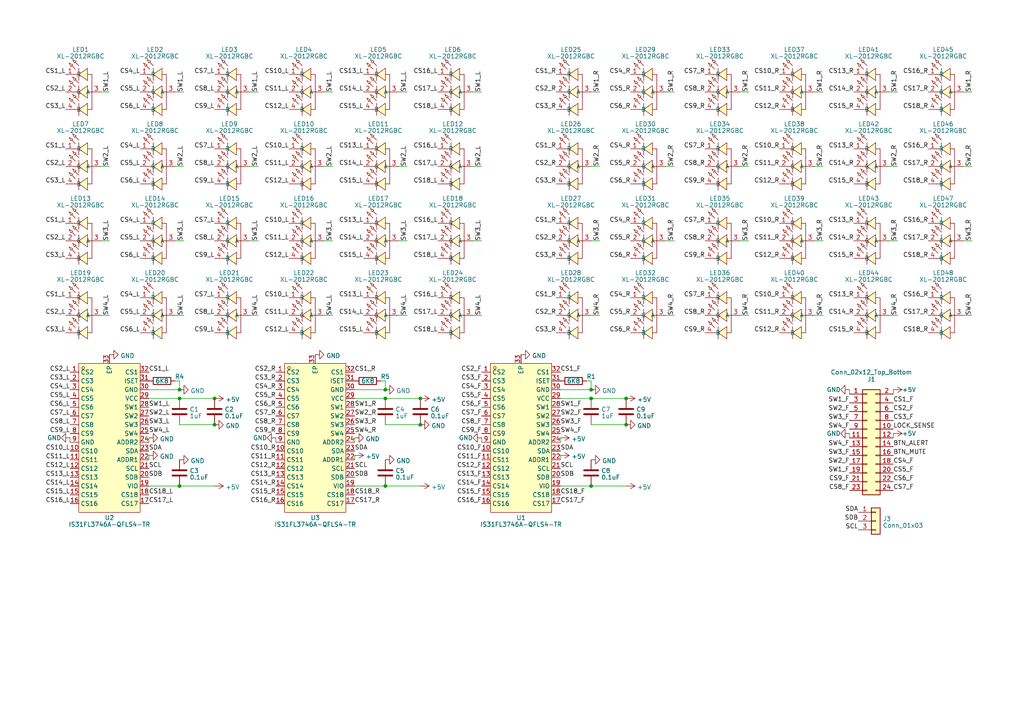
<source format=kicad_sch>
(kicad_sch (version 20230121) (generator eeschema)
  (paper "A4")
  (title_block (title "Light Show") (date "2023-05-20") (rev "1") (company "JuraBytes") (comment 1 "A replacement for the light show PCB inside an xServe RAID case"))
  (lib_symbols
    (symbol "C2961656:IS31FL3746A-QFLS4-TR"
      (property "Reference" "U" (at 0 29.21 0))
      (property "Value" "IS31FL3746A-QFLS4-TR" (at 0 -24.13 0))
      (symbol "IS31FL3746A-QFLS4-TR_0_1"
        (pin unspecified line (at -11.43 19.05 0) (length 2.54) (name "CS2") (number "1"))
        (pin unspecified line (at -11.43 -3.81 0) (length 2.54) (name "CS10") (number "10"))
        (pin unspecified line (at -11.43 -6.35 0) (length 2.54) (name "CS11") (number "11"))
        (pin unspecified line (at -11.43 -8.89 0) (length 2.54) (name "CS12") (number "12"))
        (pin unspecified line (at -11.43 -11.43 0) (length 2.54) (name "CS13") (number "13"))
        (pin unspecified line (at -11.43 -13.97 0) (length 2.54) (name "CS14") (number "14"))
        (pin unspecified line (at -11.43 -16.51 0) (length 2.54) (name "CS15") (number "15"))
        (pin unspecified line (at -11.43 -19.05 0) (length 2.54) (name "CS16") (number "16"))
        (pin unspecified line (at 11.43 -19.05 180) (length 2.54) (name "CS17") (number "17"))
        (pin unspecified line (at 11.43 -16.51 180) (length 2.54) (name "CS18") (number "18"))
        (pin unspecified line (at 11.43 -13.97 180) (length 2.54) (name "VIO") (number "19"))
        (pin unspecified line (at -11.43 16.51 0) (length 2.54) (name "CS3") (number "2"))
        (pin unspecified line (at 11.43 -11.43 180) (length 2.54) (name "SDB") (number "20"))
        (pin unspecified line (at 11.43 -8.89 180) (length 2.54) (name "SCL") (number "21"))
        (pin unspecified line (at 11.43 -6.35 180) (length 2.54) (name "ADDR1") (number "22"))
        (pin unspecified line (at 11.43 -3.81 180) (length 2.54) (name "SDA") (number "23"))
        (pin unspecified line (at 11.43 -1.27 180) (length 2.54) (name "ADDR2") (number "24"))
        (pin unspecified line (at 11.43 1.27 180) (length 2.54) (name "SW4") (number "25"))
        (pin unspecified line (at 11.43 3.81 180) (length 2.54) (name "SW3") (number "26"))
        (pin unspecified line (at 11.43 6.35 180) (length 2.54) (name "SW2") (number "27"))
        (pin unspecified line (at 11.43 8.89 180) (length 2.54) (name "SW1") (number "28"))
        (pin unspecified line (at 11.43 11.43 180) (length 2.54) (name "VCC") (number "29"))
        (pin unspecified line (at -11.43 13.97 0) (length 2.54) (name "CS4") (number "3"))
        (pin unspecified line (at 11.43 13.97 180) (length 2.54) (name "GND") (number "30"))
        (pin unspecified line (at 11.43 16.51 180) (length 2.54) (name "ISET") (number "31"))
        (pin unspecified line (at 11.43 19.05 180) (length 2.54) (name "CS1") (number "32"))
        (pin unspecified line (at 0 24.13 270) (length 2.54) (name "EP") (number "33"))
        (pin unspecified line (at -11.43 11.43 0) (length 2.54) (name "CS5") (number "4"))
        (pin unspecified line (at -11.43 8.89 0) (length 2.54) (name "CS6") (number "5"))
        (pin unspecified line (at -11.43 6.35 0) (length 2.54) (name "CS7") (number "6"))
        (pin unspecified line (at -11.43 3.81 0) (length 2.54) (name "CS8") (number "7"))
        (pin unspecified line (at -11.43 1.27 0) (length 2.54) (name "CS9") (number "8"))
        (pin unspecified line (at -11.43 -1.27 0) (length 2.54) (name "GND") (number "9"))
      )
    )
    (symbol "C965848:XL-2012RGBC"
      (property "Reference" "LED" (at 0 10.16 0))
      (property "Value" "XL-2012RGBC" (at 0 -10.16 0))
      (symbol "XL-2012RGBC_1_1"
        (pin power_out line (at -5.08 5.08 0) (length 2.54) (name "R") (number "1"))
        (pin power_out line (at -5.08 0 0) (length 2.54) (name "G") (number "2"))
        (pin power_in line (at 5.08 0 180) (length 2.54) (name "A") (number "3"))
        (pin power_out line (at -5.08 -5.08 0) (length 2.54) (name "B") (number "4"))
      )
    )
    (symbol "Connector_Generic:Conn_01x03" (pin_names (offset 1.016) hide)
      (property "Reference" "J" (at 0 5.08 0))
      (property "Value" "Conn_01x03" (at 0 -5.08 0))
      (symbol "Conn_01x03_1_1"
        (pin passive line (at -5.08 2.54 0) (length 3.81) (name "Pin_1") (number "1"))
        (pin passive line (at -5.08 0 0) (length 3.81) (name "Pin_2") (number "2"))
        (pin passive line (at -5.08 -2.54 0) (length 3.81) (name "Pin_3") (number "3"))
      )
    )
    (symbol "Connector_Generic:Conn_02x12_Odd_Even" (pin_names (offset 1.016) hide)
      (property "Reference" "J" (at 1.27 15.24 0))
      (property "Value" "Conn_02x12_Odd_Even" (at 1.27 -17.78 0))
      (symbol "Conn_02x12_Odd_Even_1_1"
        (pin passive line (at -5.08 12.7 0) (length 3.81) (name "Pin_1") (number "1"))
        (pin passive line (at 7.62 2.54 180) (length 3.81) (name "Pin_10") (number "10"))
        (pin passive line (at -5.08 0 0) (length 3.81) (name "Pin_11") (number "11"))
        (pin passive line (at 7.62 0 180) (length 3.81) (name "Pin_12") (number "12"))
        (pin passive line (at -5.08 -2.54 0) (length 3.81) (name "Pin_13") (number "13"))
        (pin passive line (at 7.62 -2.54 180) (length 3.81) (name "Pin_14") (number "14"))
        (pin passive line (at -5.08 -5.08 0) (length 3.81) (name "Pin_15") (number "15"))
        (pin passive line (at 7.62 -5.08 180) (length 3.81) (name "Pin_16") (number "16"))
        (pin passive line (at -5.08 -7.62 0) (length 3.81) (name "Pin_17") (number "17"))
        (pin passive line (at 7.62 -7.62 180) (length 3.81) (name "Pin_18") (number "18"))
        (pin passive line (at -5.08 -10.16 0) (length 3.81) (name "Pin_19") (number "19"))
        (pin passive line (at 7.62 12.7 180) (length 3.81) (name "Pin_2") (number "2"))
        (pin passive line (at 7.62 -10.16 180) (length 3.81) (name "Pin_20") (number "20"))
        (pin passive line (at -5.08 -12.7 0) (length 3.81) (name "Pin_21") (number "21"))
        (pin passive line (at 7.62 -12.7 180) (length 3.81) (name "Pin_22") (number "22"))
        (pin passive line (at -5.08 -15.24 0) (length 3.81) (name "Pin_23") (number "23"))
        (pin passive line (at 7.62 -15.24 180) (length 3.81) (name "Pin_24") (number "24"))
        (pin passive line (at -5.08 10.16 0) (length 3.81) (name "Pin_3") (number "3"))
        (pin passive line (at 7.62 10.16 180) (length 3.81) (name "Pin_4") (number "4"))
        (pin passive line (at -5.08 7.62 0) (length 3.81) (name "Pin_5") (number "5"))
        (pin passive line (at 7.62 7.62 180) (length 3.81) (name "Pin_6") (number "6"))
        (pin passive line (at -5.08 5.08 0) (length 3.81) (name "Pin_7") (number "7"))
        (pin passive line (at 7.62 5.08 180) (length 3.81) (name "Pin_8") (number "8"))
        (pin passive line (at -5.08 2.54 0) (length 3.81) (name "Pin_9") (number "9"))
      )
    )
    (symbol "Device:C" (pin_numbers hide) (pin_names (offset 0.254))
      (property "Reference" "C" (at 0.635 2.54 0))
      (property "Value" "C" (at 0.635 -2.54 0))
      (symbol "C_1_1"
        (pin passive line (at 0 3.81 270) (length 2.794) (name "~") (number "1"))
        (pin passive line (at 0 -3.81 90) (length 2.794) (name "~") (number "2"))
      )
    )
    (symbol "Device:R" (pin_numbers hide) (pin_names (offset 0))
      (property "Reference" "R" (at 2.032 0 90))
      (property "Value" "R" (at 0 0 90))
      (symbol "R_1_1"
        (pin passive line (at 0 3.81 270) (length 1.27) (name "~") (number "1"))
        (pin passive line (at 0 -3.81 90) (length 1.27) (name "~") (number "2"))
      )
    )
    (symbol "power:+5V" (power) (pin_names (offset 0))
      (property "Value" "+5V" (at 0 3.556 0))
      (symbol "+5V_1_1"
        (pin power_in line (at 0 0 90) (length 0) hide (name "+5V") (number "1"))
      )
    )
    (symbol "power:GND" (power) (pin_names (offset 0))
      (property "Value" "GND" (at 0 -3.81 0))
      (symbol "GND_1_1"
        (pin power_in line (at 0 0 270) (length 0) hide (name "GND") (number "1"))
      )
    )
  )
  (junction (at 111.76 140.97))
  (junction (at 121.92 123.19))
  (junction (at 171.45 140.97))
  (junction (at 181.61 123.19))
  (junction (at 171.45 113.03))
  (junction (at 52.07 113.03))
  (junction (at 62.23 123.19))
  (junction (at 111.76 113.03))
  (junction (at 52.07 140.97))
  (junction (at 62.23 115.57))
  (junction (at 52.07 115.57))
  (junction (at 121.92 115.57))
  (junction (at 171.45 115.57))
  (junction (at 181.61 115.57))
  (junction (at 111.76 115.57))
  (wire (pts (xy 246.38 113.03) (xy 246.38 114.3)))
  (wire (pts (xy 281.94 48.26) (xy 279.4 48.26)))
  (wire (pts (xy 139.7 69.85) (xy 137.16 69.85)))
  (wire (pts (xy 281.94 69.85) (xy 279.4 69.85)))
  (wire (pts (xy 173.99 48.26) (xy 171.45 48.26)))
  (wire (pts (xy 217.17 48.26) (xy 214.63 48.26)))
  (wire (pts (xy 260.35 48.26) (xy 257.81 48.26)))
  (wire (pts (xy 173.99 91.44) (xy 171.45 91.44)))
  (wire (pts (xy 31.75 26.67) (xy 29.21 26.67)))
  (wire (pts (xy 238.76 91.44) (xy 236.22 91.44)))
  (wire (pts (xy 53.34 69.85) (xy 50.8 69.85)))
  (wire (pts (xy 43.18 115.57) (xy 52.07 115.57)))
  (wire (pts (xy 80.01 127) (xy 80.01 128.27)))
  (wire (pts (xy 139.7 48.26) (xy 137.16 48.26)))
  (wire (pts (xy 96.52 26.67) (xy 93.98 26.67)))
  (wire (pts (xy 111.76 140.97) (xy 102.87 140.97)))
  (wire (pts (xy 195.58 48.26) (xy 193.04 48.26)))
  (wire (pts (xy 118.11 91.44) (xy 115.57 91.44)))
  (wire (pts (xy 52.07 115.57) (xy 62.23 115.57)))
  (wire (pts (xy 195.58 26.67) (xy 193.04 26.67)))
  (wire (pts (xy 43.18 132.08) (xy 43.18 133.35)))
  (wire (pts (xy 195.58 91.44) (xy 193.04 91.44)))
  (wire (pts (xy 118.11 26.67) (xy 115.57 26.67)))
  (wire (pts (xy 74.93 26.67) (xy 72.39 26.67)))
  (wire (pts (xy 111.76 115.57) (xy 121.92 115.57)))
  (wire (pts (xy 74.93 91.44) (xy 72.39 91.44)))
  (wire (pts (xy 195.58 69.85) (xy 193.04 69.85)))
  (wire (pts (xy 181.61 140.97) (xy 171.45 140.97)))
  (wire (pts (xy 96.52 69.85) (xy 93.98 69.85)))
  (wire (pts (xy 139.7 127) (xy 139.7 128.27)))
  (wire (pts (xy 52.07 123.19) (xy 62.23 123.19)))
  (wire (pts (xy 31.75 48.26) (xy 29.21 48.26)))
  (wire (pts (xy 111.76 110.49) (xy 110.49 110.49)))
  (wire (pts (xy 43.18 113.03) (xy 52.07 113.03)))
  (wire (pts (xy 96.52 91.44) (xy 93.98 91.44)))
  (wire (pts (xy 171.45 110.49) (xy 171.45 113.03)))
  (wire (pts (xy 20.32 127) (xy 20.32 128.27)))
  (wire (pts (xy 260.35 26.67) (xy 257.81 26.67)))
  (wire (pts (xy 238.76 26.67) (xy 236.22 26.67)))
  (wire (pts (xy 102.87 113.03) (xy 111.76 113.03)))
  (wire (pts (xy 173.99 26.67) (xy 171.45 26.67)))
  (wire (pts (xy 111.76 110.49) (xy 111.76 113.03)))
  (wire (pts (xy 238.76 48.26) (xy 236.22 48.26)))
  (wire (pts (xy 52.07 140.97) (xy 43.18 140.97)))
  (wire (pts (xy 139.7 91.44) (xy 137.16 91.44)))
  (wire (pts (xy 171.45 110.49) (xy 170.18 110.49)))
  (wire (pts (xy 52.07 110.49) (xy 50.8 110.49)))
  (wire (pts (xy 217.17 26.67) (xy 214.63 26.67)))
  (wire (pts (xy 62.23 140.97) (xy 52.07 140.97)))
  (wire (pts (xy 31.75 69.85) (xy 29.21 69.85)))
  (wire (pts (xy 118.11 69.85) (xy 115.57 69.85)))
  (wire (pts (xy 31.75 91.44) (xy 29.21 91.44)))
  (wire (pts (xy 53.34 91.44) (xy 50.8 91.44)))
  (wire (pts (xy 74.93 48.26) (xy 72.39 48.26)))
  (wire (pts (xy 74.93 69.85) (xy 72.39 69.85)))
  (wire (pts (xy 96.52 48.26) (xy 93.98 48.26)))
  (wire (pts (xy 139.7 26.67) (xy 137.16 26.67)))
  (wire (pts (xy 281.94 26.67) (xy 279.4 26.67)))
  (wire (pts (xy 162.56 132.08) (xy 162.56 133.35)))
  (wire (pts (xy 162.56 115.57) (xy 171.45 115.57)))
  (wire (pts (xy 217.17 69.85) (xy 214.63 69.85)))
  (wire (pts (xy 260.35 69.85) (xy 257.81 69.85)))
  (wire (pts (xy 259.08 113.03) (xy 259.08 114.3)))
  (wire (pts (xy 217.17 91.44) (xy 214.63 91.44)))
  (wire (pts (xy 118.11 48.26) (xy 115.57 48.26)))
  (wire (pts (xy 281.94 91.44) (xy 279.4 91.44)))
  (wire (pts (xy 246.38 125.73) (xy 246.38 127)))
  (wire (pts (xy 52.07 110.49) (xy 52.07 113.03)))
  (wire (pts (xy 171.45 123.19) (xy 181.61 123.19)))
  (wire (pts (xy 53.34 26.67) (xy 50.8 26.67)))
  (wire (pts (xy 238.76 69.85) (xy 236.22 69.85)))
  (wire (pts (xy 102.87 127) (xy 102.87 128.27)))
  (wire (pts (xy 259.08 125.73) (xy 259.08 127)))
  (wire (pts (xy 260.35 91.44) (xy 257.81 91.44)))
  (wire (pts (xy 171.45 115.57) (xy 181.61 115.57)))
  (wire (pts (xy 173.99 69.85) (xy 171.45 69.85)))
  (wire (pts (xy 171.45 140.97) (xy 162.56 140.97)))
  (wire (pts (xy 162.56 127) (xy 162.56 128.27)))
  (wire (pts (xy 43.18 127) (xy 43.18 128.27)))
  (wire (pts (xy 121.92 140.97) (xy 111.76 140.97)))
  (wire (pts (xy 102.87 115.57) (xy 111.76 115.57)))
  (wire (pts (xy 53.34 48.26) (xy 50.8 48.26)))
  (wire (pts (xy 162.56 113.03) (xy 171.45 113.03)))
  (wire (pts (xy 111.76 123.19) (xy 121.92 123.19)))
  (wire (pts (xy 102.87 132.08) (xy 102.87 133.35)))
  (label "CS4_R" (at 182.88 21.59 180))
  (label "SW4_R" (at 281.94 91.44 90))
  (label "SW4_R" (at 102.87 125.73 0))
  (label "CS13_L" (at 105.41 43.18 180))
  (label "CS16_L" (at 20.32 146.05 180))
  (label "CS18_L" (at 127 96.52 180))
  (label "SW3_L" (at 53.34 69.85 90))
  (label "CS10_F" (at 139.7 130.81 180))
  (label "SW1_R" (at 238.76 26.67 90))
  (label "SW3_R" (at 195.58 69.85 90))
  (label "CS12_L" (at 83.82 53.34 180))
  (label "SW1_L" (at 96.52 26.67 90))
  (label "CS3_L" (at 19.05 31.75 180))
  (label "CS18_L" (at 127 53.34 180))
  (label "SDA" (at 102.87 130.81 0))
  (label "CS12_R" (at 226.06 53.34 180))
  (label "CS6_R" (at 80.01 118.11 180))
  (label "CS3_R" (at 161.29 31.75 180))
  (label "CS4_R" (at 182.88 64.77 180))
  (label "CS3_L" (at 20.32 110.49 180))
  (label "CS3_L" (at 19.05 53.34 180))
  (label "CS5_F" (at 139.7 115.57 180))
  (label "SDA" (at 162.56 130.81 0))
  (label "CS8_R" (at 204.47 69.85 180))
  (label "BTN_MUTE" (at 259.08 132.08 0))
  (label "CS5_R" (at 182.88 91.44 180))
  (label "CS13_F" (at 139.7 138.43 180))
  (label "CS15_R" (at 247.65 74.93 180))
  (label "CS8_L" (at 62.23 91.44 180))
  (label "CS3_F" (at 139.7 110.49 180))
  (label "CS2_L" (at 19.05 26.67 180))
  (label "CS1_L" (at 19.05 64.77 180))
  (label "CS6_L" (at 40.64 31.75 180))
  (label "CS4_L" (at 40.64 64.77 180))
  (label "CS18_R" (at 102.87 143.51 0))
  (label "CS12_F" (at 139.7 135.89 180))
  (label "CS1_F" (at 162.56 107.95 0))
  (label "CS14_R" (at 80.01 140.97 180))
  (label "CS5_R" (at 80.01 115.57 180))
  (label "CS12_R" (at 80.01 135.89 180))
  (label "SCL" (at 162.56 135.89 0))
  (label "CS16_R" (at 269.24 21.59 180))
  (label "SW2_F" (at 246.38 134.62 180))
  (label "CS11_L" (at 20.32 133.35 180))
  (label "CS9_R" (at 204.47 74.93 180))
  (label "CS8_F" (at 139.7 123.19 180))
  (label "SW4_F" (at 246.38 124.46 180))
  (label "CS10_R" (at 226.06 64.77 180))
  (label "CS17_L" (at 127 48.26 180))
  (label "CS9_L" (at 62.23 74.93 180))
  (label "CS7_R" (at 204.47 21.59 180))
  (label "CS4_F" (at 259.08 134.62 0))
  (label "CS3_F" (at 259.08 121.92 0))
  (label "CS9_L" (at 62.23 96.52 180))
  (label "CS17_L" (at 127 69.85 180))
  (label "CS10_L" (at 83.82 86.36 180))
  (label "CS1_R" (at 102.87 107.95 0))
  (label "SDB" (at 102.87 138.43 0))
  (label "CS11_L" (at 83.82 26.67 180))
  (label "CS10_L" (at 83.82 21.59 180))
  (label "SW2_R" (at 173.99 48.26 90))
  (label "CS17_R" (at 269.24 48.26 180))
  (label "CS6_L" (at 40.64 96.52 180))
  (label "CS14_R" (at 247.65 91.44 180))
  (label "SW4_L" (at 96.52 91.44 90))
  (label "CS4_L" (at 40.64 43.18 180))
  (label "CS15_L" (at 105.41 53.34 180))
  (label "CS5_L" (at 40.64 69.85 180))
  (label "CS8_L" (at 20.32 123.19 180))
  (label "CS15_R" (at 247.65 31.75 180))
  (label "CS3_L" (at 19.05 74.93 180))
  (label "CS12_R" (at 226.06 31.75 180))
  (label "SW2_L" (at 43.18 120.65 0))
  (label "CS18_R" (at 269.24 74.93 180))
  (label "CS18_R" (at 269.24 53.34 180))
  (label "CS16_R" (at 269.24 86.36 180))
  (label "CS12_L" (at 83.82 96.52 180))
  (label "SW1_R" (at 195.58 26.67 90))
  (label "CS12_R" (at 226.06 74.93 180))
  (label "CS17_L" (at 127 91.44 180))
  (label "SW1_L" (at 118.11 26.67 90))
  (label "SW3_R" (at 173.99 69.85 90))
  (label "SW2_R" (at 217.17 48.26 90))
  (label "CS2_R" (at 161.29 91.44 180))
  (label "CS18_R" (at 269.24 96.52 180))
  (label "SW3_F" (at 246.38 121.92 180))
  (label "CS1_R" (at 161.29 43.18 180))
  (label "SW1_R" (at 217.17 26.67 90))
  (label "SW3_R" (at 281.94 69.85 90))
  (label "CS7_L" (at 62.23 64.77 180))
  (label "SW2_L" (at 139.7 48.26 90))
  (label "CS17_R" (at 269.24 26.67 180))
  (label "CS5_L" (at 20.32 115.57 180))
  (label "CS3_L" (at 19.05 96.52 180))
  (label "CS18_L" (at 127 74.93 180))
  (label "CS13_R" (at 247.65 64.77 180))
  (label "SW4_L" (at 74.93 91.44 90))
  (label "CS4_L" (at 20.32 113.03 180))
  (label "CS8_R" (at 204.47 26.67 180))
  (label "CS7_R" (at 204.47 43.18 180))
  (label "SW1_L" (at 53.34 26.67 90))
  (label "SW2_L" (at 53.34 48.26 90))
  (label "CS2_R" (at 161.29 48.26 180))
  (label "SW4_R" (at 195.58 91.44 90))
  (label "CS2_L" (at 19.05 91.44 180))
  (label "CS11_L" (at 83.82 48.26 180))
  (label "SW2_F" (at 162.56 120.65 0))
  (label "SW4_L" (at 43.18 125.73 0))
  (label "CS5_R" (at 182.88 26.67 180))
  (label "CS2_R" (at 161.29 69.85 180))
  (label "CS7_R" (at 204.47 86.36 180))
  (label "SW3_L" (at 139.7 69.85 90))
  (label "BTN_ALERT" (at 259.08 129.54 0))
  (label "CS1_L" (at 19.05 21.59 180))
  (label "SW1_F" (at 246.38 116.84 180))
  (label "SW3_R" (at 260.35 69.85 90))
  (label "CS8_R" (at 204.47 48.26 180))
  (label "CS14_R" (at 247.65 69.85 180))
  (label "CS7_L" (at 20.32 120.65 180))
  (label "CS6_L" (at 40.64 74.93 180))
  (label "CS4_R" (at 182.88 86.36 180))
  (label "CS11_F" (at 139.7 133.35 180))
  (label "CS14_L" (at 105.41 26.67 180))
  (label "CS6_L" (at 20.32 118.11 180))
  (label "SW2_R" (at 238.76 48.26 90))
  (label "CS3_R" (at 161.29 74.93 180))
  (label "LOCK_SENSE" (at 259.08 124.46 0))
  (label "SW1_L" (at 74.93 26.67 90))
  (label "CS2_L" (at 20.32 107.95 180))
  (label "CS7_F" (at 259.08 142.24 0))
  (label "SW3_L" (at 31.75 69.85 90))
  (label "SCL" (at 248.92 153.67 180))
  (label "SW1_F" (at 246.38 137.16 180))
  (label "CS2_F" (at 139.7 107.95 180))
  (label "SW2_R" (at 281.94 48.26 90))
  (label "CS14_L" (at 105.41 48.26 180))
  (label "CS7_R" (at 80.01 120.65 180))
  (label "SW3_R" (at 238.76 69.85 90))
  (label "SW3_R" (at 217.17 69.85 90))
  (label "CS16_L" (at 127 64.77 180))
  (label "CS7_R" (at 204.47 64.77 180))
  (label "CS17_F" (at 162.56 146.05 0))
  (label "CS11_R" (at 80.01 133.35 180))
  (label "CS16_R" (at 269.24 64.77 180))
  (label "CS13_L" (at 105.41 64.77 180))
  (label "CS17_R" (at 102.87 146.05 0))
  (label "CS9_R" (at 204.47 53.34 180))
  (label "CS2_L" (at 19.05 69.85 180))
  (label "CS16_R" (at 269.24 43.18 180))
  (label "SW1_R" (at 260.35 26.67 90))
  (label "CS10_R" (at 226.06 86.36 180))
  (label "CS6_R" (at 182.88 74.93 180))
  (label "CS17_R" (at 269.24 69.85 180))
  (label "CS8_R" (at 80.01 123.19 180))
  (label "CS4_F" (at 139.7 113.03 180))
  (label "CS15_R" (at 247.65 53.34 180))
  (label "CS16_F" (at 139.7 146.05 180))
  (label "SW2_L" (at 118.11 48.26 90))
  (label "SW1_R" (at 173.99 26.67 90))
  (label "SW1_L" (at 139.7 26.67 90))
  (label "CS15_L" (at 20.32 143.51 180))
  (label "CS8_F" (at 246.38 142.24 180))
  (label "CS7_L" (at 62.23 21.59 180))
  (label "SW2_R" (at 260.35 48.26 90))
  (label "CS12_R" (at 226.06 96.52 180))
  (label "CS18_L" (at 127 31.75 180))
  (label "CS18_F" (at 162.56 143.51 0))
  (label "CS11_L" (at 83.82 69.85 180))
  (label "CS13_R" (at 247.65 21.59 180))
  (label "SW4_R" (at 260.35 91.44 90))
  (label "SW1_L" (at 43.18 118.11 0))
  (label "SW3_L" (at 118.11 69.85 90))
  (label "CS12_L" (at 83.82 31.75 180))
  (label "CS10_L" (at 83.82 64.77 180))
  (label "CS9_L" (at 62.23 53.34 180))
  (label "CS14_F" (at 139.7 140.97 180))
  (label "SCL" (at 43.18 135.89 0))
  (label "CS4_L" (at 40.64 86.36 180))
  (label "CS5_R" (at 182.88 69.85 180))
  (label "CS16_R" (at 80.01 146.05 180))
  (label "CS15_R" (at 80.01 143.51 180))
  (label "CS1_R" (at 161.29 21.59 180))
  (label "SW4_F" (at 246.38 129.54 180))
  (label "CS17_L" (at 127 26.67 180))
  (label "CS8_L" (at 62.23 48.26 180))
  (label "CS4_L" (at 40.64 21.59 180))
  (label "SDB" (at 248.92 151.13 180))
  (label "CS9_F" (at 139.7 125.73 180))
  (label "CS6_R" (at 182.88 31.75 180))
  (label "CS10_R" (at 80.01 130.81 180))
  (label "CS10_R" (at 226.06 21.59 180))
  (label "CS10_R" (at 226.06 43.18 180))
  (label "SW1_R" (at 102.87 118.11 0))
  (label "CS1_R" (at 161.29 86.36 180))
  (label "CS15_R" (at 247.65 96.52 180))
  (label "CS5_R" (at 182.88 48.26 180))
  (label "CS9_F" (at 246.38 139.7 180))
  (label "SW3_F" (at 246.38 132.08 180))
  (label "CS11_R" (at 226.06 91.44 180))
  (label "CS15_L" (at 105.41 96.52 180))
  (label "SDB" (at 162.56 138.43 0))
  (label "CS13_L" (at 105.41 21.59 180))
  (label "SW4_R" (at 238.76 91.44 90))
  (label "CS6_F" (at 139.7 118.11 180))
  (label "CS18_L" (at 43.18 143.51 0))
  (label "CS15_F" (at 139.7 143.51 180))
  (label "CS5_F" (at 259.08 137.16 0))
  (label "CS18_R" (at 269.24 31.75 180))
  (label "CS1_R" (at 161.29 64.77 180))
  (label "CS7_L" (at 62.23 86.36 180))
  (label "CS1_L" (at 43.18 107.95 0))
  (label "SW4_R" (at 173.99 91.44 90))
  (label "SW2_R" (at 102.87 120.65 0))
  (label "CS2_R" (at 80.01 107.95 180))
  (label "CS2_L" (at 19.05 48.26 180))
  (label "CS1_F" (at 259.08 116.84 0))
  (label "CS14_R" (at 247.65 48.26 180))
  (label "CS10_L" (at 83.82 43.18 180))
  (label "CS10_L" (at 20.32 130.81 180))
  (label "CS8_R" (at 204.47 91.44 180))
  (label "SW2_L" (at 96.52 48.26 90))
  (label "SW1_R" (at 281.94 26.67 90))
  (label "CS13_R" (at 247.65 43.18 180))
  (label "SDA" (at 43.18 130.81 0))
  (label "SCL" (at 102.87 135.89 0))
  (label "CS3_R" (at 80.01 110.49 180))
  (label "CS11_R" (at 226.06 48.26 180))
  (label "SW2_R" (at 195.58 48.26 90))
  (label "CS2_F" (at 259.08 119.38 0))
  (label "SW4_F" (at 162.56 125.73 0))
  (label "CS16_L" (at 127 86.36 180))
  (label "CS5_L" (at 40.64 91.44 180))
  (label "CS4_R" (at 182.88 43.18 180))
  (label "SW2_L" (at 74.93 48.26 90))
  (label "CS9_L" (at 62.23 31.75 180))
  (label "CS12_L" (at 83.82 74.93 180))
  (label "SW2_F" (at 246.38 119.38 180))
  (label "CS5_L" (at 40.64 48.26 180))
  (label "CS8_L" (at 62.23 69.85 180))
  (label "CS6_R" (at 182.88 96.52 180))
  (label "CS13_L" (at 105.41 86.36 180))
  (label "CS15_L" (at 105.41 74.93 180))
  (label "CS1_L" (at 19.05 86.36 180))
  (label "SW4_L" (at 118.11 91.44 90))
  (label "CS3_R" (at 161.29 53.34 180))
  (label "CS9_L" (at 20.32 125.73 180))
  (label "CS12_L" (at 20.32 135.89 180))
  (label "CS3_R" (at 161.29 96.52 180))
  (label "SW3_L" (at 43.18 123.19 0))
  (label "CS9_R" (at 80.01 125.73 180))
  (label "CS14_R" (at 247.65 26.67 180))
  (label "CS9_R" (at 204.47 31.75 180))
  (label "CS1_L" (at 19.05 43.18 180))
  (label "SW2_L" (at 31.75 48.26 90))
  (label "CS6_R" (at 182.88 53.34 180))
  (label "SW3_R" (at 102.87 123.19 0))
  (label "CS5_L" (at 40.64 26.67 180))
  (label "CS11_R" (at 226.06 69.85 180))
  (label "CS14_L" (at 105.41 69.85 180))
  (label "CS9_R" (at 204.47 96.52 180))
  (label "CS17_R" (at 269.24 91.44 180))
  (label "CS15_L" (at 105.41 31.75 180))
  (label "CS4_R" (at 80.01 113.03 180))
  (label "CS16_L" (at 127 21.59 180))
  (label "CS2_R" (at 161.29 26.67 180))
  (label "CS14_L" (at 20.32 140.97 180))
  (label "SW3_L" (at 96.52 69.85 90))
  (label "CS14_L" (at 105.41 91.44 180))
  (label "SW4_L" (at 139.7 91.44 90))
  (label "CS13_L" (at 20.32 138.43 180))
  (label "SW1_F" (at 162.56 118.11 0))
  (label "SW4_L" (at 53.34 91.44 90))
  (label "SW3_F" (at 162.56 123.19 0))
  (label "CS13_R" (at 247.65 86.36 180))
  (label "SW4_L" (at 31.75 91.44 90))
  (label "CS13_R" (at 80.01 138.43 180))
  (label "SW4_R" (at 217.17 91.44 90))
  (label "CS7_F" (at 139.7 120.65 180))
  (label "SDB" (at 43.18 138.43 0))
  (label "CS6_F" (at 259.08 139.7 0))
  (label "CS11_L" (at 83.82 91.44 180))
  (label "CS7_L" (at 62.23 43.18 180))
  (label "CS8_L" (at 62.23 26.67 180))
  (label "CS16_L" (at 127 43.18 180))
  (label "CS6_L" (at 40.64 53.34 180))
  (label "SW3_L" (at 74.93 69.85 90))
  (label "CS11_R" (at 226.06 26.67 180))
  (label "SDA" (at 248.92 148.59 180))
  (label "CS17_L" (at 43.18 146.05 0))
  (label "SW1_L" (at 31.75 26.67 90))
  (symbol (lib_id "power:GND") (at 80.01 127 270) (unit 1)
    (property "Reference" "#PWR021" (effects hide))
    (property "Value" "GND" (at 77.47 127 90) (effects (justify right)))
  )
  (symbol (lib_id "Device:R") (at 106.68 110.49 90) (unit 1)
    (property "Reference" "R5" (at 111.76 109.22 90))
    (property "Value" "6K8" (at 106.68 110.49 90))
    (property "Footprint" "Resistor_SMD:R_0402_1005Metric" (effects hide))
  )
  (symbol (lib_id "C965848:XL-2012RGBC") (at 45.72 48.26 0) (unit 1)
    (property "Reference" "LED8" (at 44.96 35.9771 0))
    (property "Value" "XL-2012RGBC" (at 44.96 37.8981 0))
    (property "Footprint" "footprints:LED RGB XINGLIGHT XL-2012RGBC 0805" (effects hide))
    (property "Manufacturer" "XINGLIGHT(成兴光)" (effects hide))
    (property "LCSC Part" "C965848" (effects hide))
    (property "JLC Part" "Extended Part" (effects hide))
  )
  (symbol (lib_id "power:+5V") (at 162.56 132.08 270) (unit 1)
    (property "Reference" "#PWR09" (effects hide))
    (property "Value" "+5V" (at 165.735 132.3968 90) (effects (justify left)))
  )
  (symbol (lib_id "C965848:XL-2012RGBC") (at 209.55 69.85 0) (unit 1)
    (property "Reference" "LED35" (at 208.79 57.5671 0))
    (property "Value" "XL-2012RGBC" (at 208.79 59.4881 0))
    (property "Footprint" "footprints:LED RGB XINGLIGHT XL-2012RGBC 0805" (effects hide))
    (property "Manufacturer" "XINGLIGHT(成兴光)" (effects hide))
    (property "LCSC Part" "C965848" (effects hide))
    (property "JLC Part" "Extended Part" (effects hide))
  )
  (symbol (lib_id "C965848:XL-2012RGBC") (at 231.14 48.26 0) (unit 1)
    (property "Reference" "LED38" (at 230.38 35.9771 0))
    (property "Value" "XL-2012RGBC" (at 230.38 37.8981 0))
    (property "Footprint" "footprints:LED RGB XINGLIGHT XL-2012RGBC 0805" (effects hide))
    (property "Manufacturer" "XINGLIGHT(成兴光)" (effects hide))
    (property "LCSC Part" "C965848" (effects hide))
    (property "JLC Part" "Extended Part" (effects hide))
  )
  (symbol (lib_id "C965848:XL-2012RGBC") (at 166.37 91.44 0) (unit 1)
    (property "Reference" "LED28" (at 165.61 79.1571 0))
    (property "Value" "XL-2012RGBC" (at 165.61 81.0781 0))
    (property "Footprint" "footprints:LED RGB XINGLIGHT XL-2012RGBC 0805" (effects hide))
    (property "Manufacturer" "XINGLIGHT(成兴光)" (effects hide))
    (property "LCSC Part" "C965848" (effects hide))
    (property "JLC Part" "Extended Part" (effects hide))
  )
  (symbol (lib_id "C965848:XL-2012RGBC") (at 209.55 48.26 0) (unit 1)
    (property "Reference" "LED34" (at 208.79 35.9771 0))
    (property "Value" "XL-2012RGBC" (at 208.79 37.8981 0))
    (property "Footprint" "footprints:LED RGB XINGLIGHT XL-2012RGBC 0805" (effects hide))
    (property "Manufacturer" "XINGLIGHT(成兴光)" (effects hide))
    (property "LCSC Part" "C965848" (effects hide))
    (property "JLC Part" "Extended Part" (effects hide))
  )
  (symbol (lib_id "C965848:XL-2012RGBC") (at 24.13 91.44 0) (unit 1)
    (property "Reference" "LED19" (at 23.37 79.1571 0))
    (property "Value" "XL-2012RGBC" (at 23.37 81.0781 0))
    (property "Footprint" "footprints:LED RGB XINGLIGHT XL-2012RGBC 0805" (effects hide))
    (property "Manufacturer" "XINGLIGHT(成兴光)" (effects hide))
    (property "LCSC Part" "C965848" (effects hide))
    (property "JLC Part" "Extended Part" (effects hide))
  )
  (symbol (lib_id "power:+5V") (at 121.92 115.57 270) (unit 1)
    (property "Reference" "#PWR027" (effects hide))
    (property "Value" "+5V" (at 125.095 115.8868 90) (effects (justify left)))
  )
  (symbol (lib_id "C965848:XL-2012RGBC") (at 252.73 69.85 0) (unit 1)
    (property "Reference" "LED43" (at 251.97 57.5671 0))
    (property "Value" "XL-2012RGBC" (at 251.97 59.4881 0))
    (property "Footprint" "footprints:LED RGB XINGLIGHT XL-2012RGBC 0805" (effects hide))
    (property "Manufacturer" "XINGLIGHT(成兴光)" (effects hide))
    (property "LCSC Part" "C965848" (effects hide))
    (property "JLC Part" "Extended Part" (effects hide))
  )
  (symbol (lib_id "power:GND") (at 181.61 123.19 90) (unit 1)
    (property "Reference" "#PWR030" (effects hide))
    (property "Value" "GND" (at 184.785 123.5068 90) (effects (justify right)))
  )
  (symbol (lib_id "power:GND") (at 31.75 102.87 90) (unit 1)
    (property "Reference" "#PWR015" (effects hide))
    (property "Value" "GND" (at 34.925 103.1868 90) (effects (justify right)))
  )
  (symbol (lib_id "C965848:XL-2012RGBC") (at 132.08 26.67 0) (unit 1)
    (property "Reference" "LED6" (at 131.32 14.3871 0))
    (property "Value" "XL-2012RGBC" (at 131.32 16.3081 0))
    (property "Footprint" "footprints:LED RGB XINGLIGHT XL-2012RGBC 0805" (effects hide))
    (property "Manufacturer" "XINGLIGHT(成兴光)" (effects hide))
    (property "LCSC Part" "C965848" (effects hide))
    (property "JLC Part" "Extended Part" (effects hide))
  )
  (symbol (lib_id "C965848:XL-2012RGBC") (at 166.37 69.85 0) (unit 1)
    (property "Reference" "LED27" (at 165.61 57.5671 0))
    (property "Value" "XL-2012RGBC" (at 165.61 59.4881 0))
    (property "Footprint" "footprints:LED RGB XINGLIGHT XL-2012RGBC 0805" (effects hide))
    (property "Manufacturer" "XINGLIGHT(成兴光)" (effects hide))
    (property "LCSC Part" "C965848" (effects hide))
    (property "JLC Part" "Extended Part" (effects hide))
  )
  (symbol (lib_id "power:+5V") (at 162.56 127 270) (unit 1)
    (property "Reference" "#PWR08" (effects hide))
    (property "Value" "+5V" (at 165.735 127.3168 90) (effects (justify left)))
  )
  (symbol (lib_id "power:+5V") (at 181.61 115.57 270) (unit 1)
    (property "Reference" "#PWR024" (effects hide))
    (property "Value" "+5V" (at 184.785 115.8868 90) (effects (justify left)))
  )
  (symbol (lib_id "power:GND") (at 43.18 127 90) (unit 1)
    (property "Reference" "#PWR013" (effects hide))
    (property "Value" "GND" (at 46.355 127.3168 90) (effects (justify right)))
  )
  (symbol (lib_id "C965848:XL-2012RGBC") (at 187.96 91.44 0) (unit 1)
    (property "Reference" "LED32" (at 187.2 79.1571 0))
    (property "Value" "XL-2012RGBC" (at 187.2 81.0781 0))
    (property "Footprint" "footprints:LED RGB XINGLIGHT XL-2012RGBC 0805" (effects hide))
    (property "Manufacturer" "XINGLIGHT(成兴光)" (effects hide))
    (property "LCSC Part" "C965848" (effects hide))
    (property "JLC Part" "Extended Part" (effects hide))
  )
  (symbol (lib_id "power:GND") (at 111.76 133.35 90) (unit 1)
    (property "Reference" "#PWR026" (effects hide))
    (property "Value" "GND" (at 114.935 133.6668 90) (effects (justify right)))
  )
  (symbol (lib_id "Device:C") (at 171.45 119.38 0) (unit 1)
    (property "Reference" "C7" (at 174.371 118.7363 0) (effects (justify left)))
    (property "Value" "1uF" (at 174.371 120.6573 0) (effects (justify left)))
    (property "Footprint" "Capacitor_SMD:C_0402_1005Metric" (effects hide))
  )
  (symbol (lib_id "C965848:XL-2012RGBC") (at 231.14 26.67 0) (unit 1)
    (property "Reference" "LED37" (at 230.38 14.3871 0))
    (property "Value" "XL-2012RGBC" (at 230.38 16.3081 0))
    (property "Footprint" "footprints:LED RGB XINGLIGHT XL-2012RGBC 0805" (effects hide))
    (property "Manufacturer" "XINGLIGHT(成兴光)" (effects hide))
    (property "LCSC Part" "C965848" (effects hide))
    (property "JLC Part" "Extended Part" (effects hide))
  )
  (symbol (lib_id "power:GND") (at 171.45 133.35 90) (unit 1)
    (property "Reference" "#PWR011" (effects hide))
    (property "Value" "GND" (at 174.625 133.6668 90) (effects (justify right)))
  )
  (symbol (lib_id "Device:C") (at 52.07 119.38 0) (unit 1)
    (property "Reference" "C1" (at 54.991 118.7363 0) (effects (justify left)))
    (property "Value" "1uF" (at 54.991 120.6573 0) (effects (justify left)))
    (property "Footprint" "Capacitor_SMD:C_0402_1005Metric" (effects hide))
  )
  (symbol (lib_id "C965848:XL-2012RGBC") (at 166.37 48.26 0) (unit 1)
    (property "Reference" "LED26" (at 165.61 35.9771 0))
    (property "Value" "XL-2012RGBC" (at 165.61 37.8981 0))
    (property "Footprint" "footprints:LED RGB XINGLIGHT XL-2012RGBC 0805" (effects hide))
    (property "Manufacturer" "XINGLIGHT(成兴光)" (effects hide))
    (property "LCSC Part" "C965848" (effects hide))
    (property "JLC Part" "Extended Part" (effects hide))
  )
  (symbol (lib_id "C965848:XL-2012RGBC") (at 88.9 69.85 0) (unit 1)
    (property "Reference" "LED16" (at 88.14 57.5671 0))
    (property "Value" "XL-2012RGBC" (at 88.14 59.4881 0))
    (property "Footprint" "footprints:LED RGB XINGLIGHT XL-2012RGBC 0805" (effects hide))
    (property "Manufacturer" "XINGLIGHT(成兴光)" (effects hide))
    (property "LCSC Part" "C965848" (effects hide))
    (property "JLC Part" "Extended Part" (effects hide))
  )
  (symbol (lib_id "power:GND") (at 246.38 125.73 270) (unit 1)
    (property "Reference" "#PWR05" (effects hide))
    (property "Value" "GND" (at 243.84 125.73 90) (effects (justify right)))
  )
  (symbol (lib_id "C965848:XL-2012RGBC") (at 274.32 69.85 0) (unit 1)
    (property "Reference" "LED47" (at 273.56 57.5671 0))
    (property "Value" "XL-2012RGBC" (at 273.56 59.4881 0))
    (property "Footprint" "footprints:LED RGB XINGLIGHT XL-2012RGBC 0805" (effects hide))
    (property "Manufacturer" "XINGLIGHT(成兴光)" (effects hide))
    (property "LCSC Part" "C965848" (effects hide))
    (property "JLC Part" "Extended Part" (effects hide))
  )
  (symbol (lib_id "C965848:XL-2012RGBC") (at 88.9 26.67 0) (unit 1)
    (property "Reference" "LED4" (at 88.14 14.3871 0))
    (property "Value" "XL-2012RGBC" (at 88.14 16.3081 0))
    (property "Footprint" "footprints:LED RGB XINGLIGHT XL-2012RGBC 0805" (effects hide))
    (property "Manufacturer" "XINGLIGHT(成兴光)" (effects hide))
    (property "LCSC Part" "C965848" (effects hide))
    (property "JLC Part" "Extended Part" (effects hide))
  )
  (symbol (lib_id "power:GND") (at 62.23 123.19 90) (unit 1)
    (property "Reference" "#PWR019" (effects hide))
    (property "Value" "GND" (at 65.405 123.5068 90) (effects (justify right)))
  )
  (symbol (lib_id "Device:C") (at 181.61 119.38 0) (unit 1)
    (property "Reference" "C9" (at 184.531 118.7363 0) (effects (justify left)))
    (property "Value" "0.1uF" (at 184.531 120.6573 0) (effects (justify left)))
    (property "Footprint" "Capacitor_SMD:C_0402_1005Metric" (effects hide))
  )
  (symbol (lib_id "power:GND") (at 111.76 113.03 90) (unit 1)
    (property "Reference" "#PWR025" (effects hide))
    (property "Value" "GND" (at 114.935 113.3468 90) (effects (justify right)))
  )
  (symbol (lib_id "C965848:XL-2012RGBC") (at 88.9 91.44 0) (unit 1)
    (property "Reference" "LED22" (at 88.14 79.1571 0))
    (property "Value" "XL-2012RGBC" (at 88.14 81.0781 0))
    (property "Footprint" "footprints:LED RGB XINGLIGHT XL-2012RGBC 0805" (effects hide))
    (property "Manufacturer" "XINGLIGHT(成兴光)" (effects hide))
    (property "LCSC Part" "C965848" (effects hide))
    (property "JLC Part" "Extended Part" (effects hide))
  )
  (symbol (lib_id "Device:C") (at 171.45 137.16 0) (unit 1)
    (property "Reference" "C8" (at 174.371 136.5163 0) (effects (justify left)))
    (property "Value" "0.1uF" (at 174.371 138.4373 0) (effects (justify left)))
    (property "Footprint" "Capacitor_SMD:C_0402_1005Metric" (effects hide))
  )
  (symbol (lib_id "Device:C") (at 121.92 119.38 0) (unit 1)
    (property "Reference" "C6" (at 124.841 118.7363 0) (effects (justify left)))
    (property "Value" "0.1uF" (at 124.841 120.6573 0) (effects (justify left)))
    (property "Footprint" "Capacitor_SMD:C_0402_1005Metric" (effects hide))
  )
  (symbol (lib_id "C965848:XL-2012RGBC") (at 67.31 69.85 0) (unit 1)
    (property "Reference" "LED15" (at 66.55 57.5671 0))
    (property "Value" "XL-2012RGBC" (at 66.55 59.4881 0))
    (property "Footprint" "footprints:LED RGB XINGLIGHT XL-2012RGBC 0805" (effects hide))
    (property "Manufacturer" "XINGLIGHT(成兴光)" (effects hide))
    (property "LCSC Part" "C965848" (effects hide))
    (property "JLC Part" "Extended Part" (effects hide))
  )
  (symbol (lib_id "C965848:XL-2012RGBC") (at 110.49 26.67 0) (unit 1)
    (property "Reference" "LED5" (at 109.73 14.3871 0))
    (property "Value" "XL-2012RGBC" (at 109.73 16.3081 0))
    (property "Footprint" "footprints:LED RGB XINGLIGHT XL-2012RGBC 0805" (effects hide))
    (property "Manufacturer" "XINGLIGHT(成兴光)" (effects hide))
    (property "LCSC Part" "C965848" (effects hide))
    (property "JLC Part" "Extended Part" (effects hide))
  )
  (symbol (lib_id "power:GND") (at 121.92 123.19 90) (unit 1)
    (property "Reference" "#PWR028" (effects hide))
    (property "Value" "GND" (at 125.095 123.5068 90) (effects (justify right)))
  )
  (symbol (lib_id "power:+5V") (at 62.23 140.97 270) (unit 1)
    (property "Reference" "#PWR018" (effects hide))
    (property "Value" "+5V" (at 65.405 141.2868 90) (effects (justify left)))
  )
  (symbol (lib_id "C2961656:IS31FL3746A-QFLS4-TR") (at 151.13 127 0) (unit 1)
    (property "Reference" "U1" (at 151.13 150.1855 0))
    (property "Value" "IS31FL3746A-QFLS4-TR" (at 151.13 152.1065 0))
    (property "Footprint" "C2961656:QFN-32_L4.0-W4.0-P0.40-BL-EP2.8" (effects hide))
    (property "Datasheet" "https://jlcpcb.com/partdetail/3350290-IS31FL3746A_QFLS4TR/C2961656" (effects hide))
    (property "Manufacturer" "Lumissil Microsystems" (effects hide))
    (property "LCSC Part" "C2961656" (effects hide))
    (property "JLC Part" "Extended Part" (effects hide))
  )
  (symbol (lib_id "Device:C") (at 111.76 119.38 0) (unit 1)
    (property "Reference" "C4" (at 114.681 118.7363 0) (effects (justify left)))
    (property "Value" "1uF" (at 114.681 120.6573 0) (effects (justify left)))
    (property "Footprint" "Capacitor_SMD:C_0402_1005Metric" (effects hide))
  )
  (symbol (lib_id "Device:C") (at 111.76 137.16 0) (unit 1)
    (property "Reference" "C5" (at 114.681 136.5163 0) (effects (justify left)))
    (property "Value" "0.1uF" (at 114.681 138.4373 0) (effects (justify left)))
    (property "Footprint" "Capacitor_SMD:C_0402_1005Metric" (effects hide))
  )
  (symbol (lib_id "C965848:XL-2012RGBC") (at 110.49 69.85 0) (unit 1)
    (property "Reference" "LED17" (at 109.73 57.5671 0))
    (property "Value" "XL-2012RGBC" (at 109.73 59.4881 0))
    (property "Footprint" "footprints:LED RGB XINGLIGHT XL-2012RGBC 0805" (effects hide))
    (property "Manufacturer" "XINGLIGHT(成兴光)" (effects hide))
    (property "LCSC Part" "C965848" (effects hide))
    (property "JLC Part" "Extended Part" (effects hide))
  )
  (symbol (lib_id "power:GND") (at 151.13 102.87 90) (unit 1)
    (property "Reference" "#PWR07" (effects hide))
    (property "Value" "GND" (at 154.305 103.1868 90) (effects (justify right)))
  )
  (symbol (lib_id "C965848:XL-2012RGBC") (at 45.72 91.44 0) (unit 1)
    (property "Reference" "LED20" (at 44.96 79.1571 0))
    (property "Value" "XL-2012RGBC" (at 44.96 81.0781 0))
    (property "Footprint" "footprints:LED RGB XINGLIGHT XL-2012RGBC 0805" (effects hide))
    (property "Manufacturer" "XINGLIGHT(成兴光)" (effects hide))
    (property "LCSC Part" "C965848" (effects hide))
    (property "JLC Part" "Extended Part" (effects hide))
  )
  (symbol (lib_id "C2961656:IS31FL3746A-QFLS4-TR") (at 31.75 127 0) (unit 1)
    (property "Reference" "U2" (at 31.75 150.1855 0))
    (property "Value" "IS31FL3746A-QFLS4-TR" (at 31.75 152.1065 0))
    (property "Footprint" "C2961656:QFN-32_L4.0-W4.0-P0.40-BL-EP2.8" (effects hide))
    (property "Datasheet" "https://jlcpcb.com/partdetail/3350290-IS31FL3746A_QFLS4TR/C2961656" (effects hide))
    (property "Manufacturer" "Lumissil Microsystems" (effects hide))
    (property "LCSC Part" "C2961656" (effects hide))
    (property "JLC Part" "Extended Part" (effects hide))
  )
  (symbol (lib_id "C965848:XL-2012RGBC") (at 187.96 26.67 0) (unit 1)
    (property "Reference" "LED29" (at 187.2 14.3871 0))
    (property "Value" "XL-2012RGBC" (at 187.2 16.3081 0))
    (property "Footprint" "footprints:LED RGB XINGLIGHT XL-2012RGBC 0805" (effects hide))
    (property "Manufacturer" "XINGLIGHT(成兴光)" (effects hide))
    (property "LCSC Part" "C965848" (effects hide))
    (property "JLC Part" "Extended Part" (effects hide))
  )
  (symbol (lib_id "Device:C") (at 62.23 119.38 0) (unit 1)
    (property "Reference" "C2" (at 65.151 118.7363 0) (effects (justify left)))
    (property "Value" "0.1uF" (at 65.151 120.6573 0) (effects (justify left)))
    (property "Footprint" "Capacitor_SMD:C_0402_1005Metric" (effects hide))
  )
  (symbol (lib_id "power:GND") (at 52.07 133.35 90) (unit 1)
    (property "Reference" "#PWR020" (effects hide))
    (property "Value" "GND" (at 55.245 133.6668 90) (effects (justify right)))
  )
  (symbol (lib_id "C965848:XL-2012RGBC") (at 187.96 69.85 0) (unit 1)
    (property "Reference" "LED31" (at 187.2 57.5671 0))
    (property "Value" "XL-2012RGBC" (at 187.2 59.4881 0))
    (property "Footprint" "footprints:LED RGB XINGLIGHT XL-2012RGBC 0805" (effects hide))
    (property "Manufacturer" "XINGLIGHT(成兴光)" (effects hide))
    (property "LCSC Part" "C965848" (effects hide))
    (property "JLC Part" "Extended Part" (effects hide))
  )
  (symbol (lib_id "power:+5V") (at 121.92 140.97 270) (unit 1)
    (property "Reference" "#PWR029" (effects hide))
    (property "Value" "+5V" (at 125.095 141.2868 90) (effects (justify left)))
  )
  (symbol (lib_id "power:GND") (at 91.44 102.87 90) (unit 1)
    (property "Reference" "#PWR022" (effects hide))
    (property "Value" "GND" (at 94.615 103.1868 90) (effects (justify right)))
  )
  (symbol (lib_id "C965848:XL-2012RGBC") (at 45.72 69.85 0) (unit 1)
    (property "Reference" "LED14" (at 44.96 57.5671 0))
    (property "Value" "XL-2012RGBC" (at 44.96 59.4881 0))
    (property "Footprint" "footprints:LED RGB XINGLIGHT XL-2012RGBC 0805" (effects hide))
    (property "Manufacturer" "XINGLIGHT(成兴光)" (effects hide))
    (property "LCSC Part" "C965848" (effects hide))
    (property "JLC Part" "Extended Part" (effects hide))
  )
  (symbol (lib_id "C965848:XL-2012RGBC") (at 67.31 48.26 0) (unit 1)
    (property "Reference" "LED9" (at 66.55 35.9771 0))
    (property "Value" "XL-2012RGBC" (at 66.55 37.8981 0))
    (property "Footprint" "footprints:LED RGB XINGLIGHT XL-2012RGBC 0805" (effects hide))
    (property "Manufacturer" "XINGLIGHT(成兴光)" (effects hide))
    (property "LCSC Part" "C965848" (effects hide))
    (property "JLC Part" "Extended Part" (effects hide))
  )
  (symbol (lib_id "power:GND") (at 52.07 113.03 90) (unit 1)
    (property "Reference" "#PWR016" (effects hide))
    (property "Value" "GND" (at 55.245 113.3468 90) (effects (justify right)))
  )
  (symbol (lib_id "power:GND") (at 171.45 113.03 90) (unit 1)
    (property "Reference" "#PWR010" (effects hide))
    (property "Value" "GND" (at 174.625 113.3468 90) (effects (justify right)))
  )
  (symbol (lib_id "C965848:XL-2012RGBC") (at 67.31 26.67 0) (unit 1)
    (property "Reference" "LED3" (at 66.55 14.3871 0))
    (property "Value" "XL-2012RGBC" (at 66.55 16.3081 0))
    (property "Footprint" "footprints:LED RGB XINGLIGHT XL-2012RGBC 0805" (effects hide))
    (property "Manufacturer" "XINGLIGHT(成兴光)" (effects hide))
    (property "LCSC Part" "C965848" (effects hide))
    (property "JLC Part" "Extended Part" (effects hide))
  )
  (symbol (lib_id "power:GND") (at 43.18 132.08 90) (unit 1)
    (property "Reference" "#PWR014" (effects hide))
    (property "Value" "GND" (at 46.355 132.3968 90) (effects (justify right)))
  )
  (symbol (lib_id "C965848:XL-2012RGBC") (at 252.73 26.67 0) (unit 1)
    (property "Reference" "LED41" (at 251.97 14.3871 0))
    (property "Value" "XL-2012RGBC" (at 251.97 16.3081 0))
    (property "Footprint" "footprints:LED RGB XINGLIGHT XL-2012RGBC 0805" (effects hide))
    (property "Manufacturer" "XINGLIGHT(成兴光)" (effects hide))
    (property "LCSC Part" "C965848" (effects hide))
    (property "JLC Part" "Extended Part" (effects hide))
  )
  (symbol (lib_id "C965848:XL-2012RGBC") (at 252.73 91.44 0) (unit 1)
    (property "Reference" "LED44" (at 251.97 79.1571 0))
    (property "Value" "XL-2012RGBC" (at 251.97 81.0781 0))
    (property "Footprint" "footprints:LED RGB XINGLIGHT XL-2012RGBC 0805" (effects hide))
    (property "Manufacturer" "XINGLIGHT(成兴光)" (effects hide))
    (property "LCSC Part" "C965848" (effects hide))
    (property "JLC Part" "Extended Part" (effects hide))
  )
  (symbol (lib_id "C965848:XL-2012RGBC") (at 132.08 48.26 0) (unit 1)
    (property "Reference" "LED12" (at 131.32 35.9771 0))
    (property "Value" "XL-2012RGBC" (at 131.32 37.8981 0))
    (property "Footprint" "footprints:LED RGB XINGLIGHT XL-2012RGBC 0805" (effects hide))
    (property "Manufacturer" "XINGLIGHT(成兴光)" (effects hide))
    (property "LCSC Part" "C965848" (effects hide))
    (property "JLC Part" "Extended Part" (effects hide))
  )
  (symbol (lib_id "C965848:XL-2012RGBC") (at 132.08 91.44 0) (unit 1)
    (property "Reference" "LED24" (at 131.32 79.1571 0))
    (property "Value" "XL-2012RGBC" (at 131.32 81.0781 0))
    (property "Footprint" "footprints:LED RGB XINGLIGHT XL-2012RGBC 0805" (effects hide))
    (property "Manufacturer" "XINGLIGHT(成兴光)" (effects hide))
    (property "LCSC Part" "C965848" (effects hide))
    (property "JLC Part" "Extended Part" (effects hide))
  )
  (symbol (lib_id "Connector_Generic:Conn_01x03") (at 254 151.13 0) (unit 1)
    (property "Reference" "J3" (at 256.032 150.4863 0) (effects (justify left)))
    (property "Value" "Conn_01x03" (at 256.032 152.4073 0) (effects (justify left)))
    (property "Footprint" "Connector_PinHeader_2.54mm:PinHeader_1x03_P2.54mm_Vertical" (effects hide))
  )
  (symbol (lib_id "C965848:XL-2012RGBC") (at 231.14 69.85 0) (unit 1)
    (property "Reference" "LED39" (at 230.38 57.5671 0))
    (property "Value" "XL-2012RGBC" (at 230.38 59.4881 0))
    (property "Footprint" "footprints:LED RGB XINGLIGHT XL-2012RGBC 0805" (effects hide))
    (property "Manufacturer" "XINGLIGHT(成兴光)" (effects hide))
    (property "LCSC Part" "C965848" (effects hide))
    (property "JLC Part" "Extended Part" (effects hide))
  )
  (symbol (lib_id "C965848:XL-2012RGBC") (at 110.49 48.26 0) (unit 1)
    (property "Reference" "LED11" (at 109.73 35.9771 0))
    (property "Value" "XL-2012RGBC" (at 109.73 37.8981 0))
    (property "Footprint" "footprints:LED RGB XINGLIGHT XL-2012RGBC 0805" (effects hide))
    (property "Manufacturer" "XINGLIGHT(成兴光)" (effects hide))
    (property "LCSC Part" "C965848" (effects hide))
    (property "JLC Part" "Extended Part" (effects hide))
  )
  (symbol (lib_id "power:+5V") (at 102.87 132.08 270) (unit 1)
    (property "Reference" "#PWR01" (effects hide))
    (property "Value" "+5V" (at 106.045 132.3968 90) (effects (justify left)))
  )
  (symbol (lib_id "C965848:XL-2012RGBC") (at 274.32 91.44 0) (unit 1)
    (property "Reference" "LED48" (at 273.56 79.1571 0))
    (property "Value" "XL-2012RGBC" (at 273.56 81.0781 0))
    (property "Footprint" "footprints:LED RGB XINGLIGHT XL-2012RGBC 0805" (effects hide))
    (property "Manufacturer" "XINGLIGHT(成兴光)" (effects hide))
    (property "LCSC Part" "C965848" (effects hide))
    (property "JLC Part" "Extended Part" (effects hide))
  )
  (symbol (lib_id "power:+5V") (at 259.08 125.73 270) (unit 1)
    (property "Reference" "#PWR03" (effects hide))
    (property "Value" "+5V" (at 261.62 125.73 90) (effects (justify left)))
  )
  (symbol (lib_id "Device:R") (at 166.37 110.49 90) (unit 1)
    (property "Reference" "R1" (at 171.45 109.22 90))
    (property "Value" "6K8" (at 166.37 110.49 90))
    (property "Footprint" "Resistor_SMD:R_0402_1005Metric" (effects hide))
  )
  (symbol (lib_id "C965848:XL-2012RGBC") (at 24.13 26.67 0) (unit 1)
    (property "Reference" "LED1" (at 23.37 14.3871 0))
    (property "Value" "XL-2012RGBC" (at 23.37 16.3081 0))
    (property "Footprint" "footprints:LED RGB XINGLIGHT XL-2012RGBC 0805" (effects hide))
    (property "Manufacturer" "XINGLIGHT(成兴光)" (effects hide))
    (property "LCSC Part" "C965848" (effects hide))
    (property "JLC Part" "Extended Part" (effects hide))
  )
  (symbol (lib_id "C965848:XL-2012RGBC") (at 209.55 26.67 0) (unit 1)
    (property "Reference" "LED33" (at 208.79 14.3871 0))
    (property "Value" "XL-2012RGBC" (at 208.79 16.3081 0))
    (property "Footprint" "footprints:LED RGB XINGLIGHT XL-2012RGBC 0805" (effects hide))
    (property "Manufacturer" "XINGLIGHT(成兴光)" (effects hide))
    (property "LCSC Part" "C965848" (effects hide))
    (property "JLC Part" "Extended Part" (effects hide))
  )
  (symbol (lib_id "C965848:XL-2012RGBC") (at 252.73 48.26 0) (unit 1)
    (property "Reference" "LED42" (at 251.97 35.9771 0))
    (property "Value" "XL-2012RGBC" (at 251.97 37.8981 0))
    (property "Footprint" "footprints:LED RGB XINGLIGHT XL-2012RGBC 0805" (effects hide))
    (property "Manufacturer" "XINGLIGHT(成兴光)" (effects hide))
    (property "LCSC Part" "C965848" (effects hide))
    (property "JLC Part" "Extended Part" (effects hide))
  )
  (symbol (lib_id "C965848:XL-2012RGBC") (at 274.32 26.67 0) (unit 1)
    (property "Reference" "LED45" (at 273.56 14.3871 0))
    (property "Value" "XL-2012RGBC" (at 273.56 16.3081 0))
    (property "Footprint" "footprints:LED RGB XINGLIGHT XL-2012RGBC 0805" (effects hide))
    (property "Manufacturer" "XINGLIGHT(成兴光)" (effects hide))
    (property "LCSC Part" "C965848" (effects hide))
    (property "JLC Part" "Extended Part" (effects hide))
  )
  (symbol (lib_id "Device:R") (at 46.99 110.49 90) (unit 1)
    (property "Reference" "R4" (at 52.07 109.22 90))
    (property "Value" "6K8" (at 46.99 110.49 90))
    (property "Footprint" "Resistor_SMD:R_0402_1005Metric" (effects hide))
  )
  (symbol (lib_id "Connector_Generic:Conn_02x12_Odd_Even") (at 251.46 127 0) (unit 1)
    (property "Reference" "J1" (at 252.73 110.0201 0))
    (property "Value" "Conn_02x12_Top_Bottom" (at 252.73 107.95 0))
    (property "Footprint" "Connector_PinHeader_2.00mm:PinHeader_2x12_P2.00mm_Vertical" (effects hide))
  )
  (symbol (lib_id "power:+5V") (at 259.08 113.03 270) (unit 1)
    (property "Reference" "#PWR02" (effects hide))
    (property "Value" "+5V" (at 261.62 113.03 90) (effects (justify left)))
  )
  (symbol (lib_id "Device:C") (at 52.07 137.16 0) (unit 1)
    (property "Reference" "C3" (at 54.991 136.5163 0) (effects (justify left)))
    (property "Value" "0.1uF" (at 54.991 138.4373 0) (effects (justify left)))
    (property "Footprint" "Capacitor_SMD:C_0402_1005Metric" (effects hide))
  )
  (symbol (lib_id "power:GND") (at 20.32 127 270) (unit 1)
    (property "Reference" "#PWR012" (effects hide))
    (property "Value" "GND" (at 17.78 127 90) (effects (justify right)))
  )
  (symbol (lib_id "power:+5V") (at 62.23 115.57 270) (unit 1)
    (property "Reference" "#PWR017" (effects hide))
    (property "Value" "+5V" (at 65.405 115.8868 90) (effects (justify left)))
  )
  (symbol (lib_id "C965848:XL-2012RGBC") (at 88.9 48.26 0) (unit 1)
    (property "Reference" "LED10" (at 88.14 35.9771 0))
    (property "Value" "XL-2012RGBC" (at 88.14 37.8981 0))
    (property "Footprint" "footprints:LED RGB XINGLIGHT XL-2012RGBC 0805" (effects hide))
    (property "Manufacturer" "XINGLIGHT(成兴光)" (effects hide))
    (property "LCSC Part" "C965848" (effects hide))
    (property "JLC Part" "Extended Part" (effects hide))
  )
  (symbol (lib_id "power:+5V") (at 181.61 140.97 270) (unit 1)
    (property "Reference" "#PWR031" (effects hide))
    (property "Value" "+5V" (at 184.785 141.2868 90) (effects (justify left)))
  )
  (symbol (lib_id "C965848:XL-2012RGBC") (at 24.13 48.26 0) (unit 1)
    (property "Reference" "LED7" (at 23.37 35.9771 0))
    (property "Value" "XL-2012RGBC" (at 23.37 37.8981 0))
    (property "Footprint" "footprints:LED RGB XINGLIGHT XL-2012RGBC 0805" (effects hide))
    (property "Manufacturer" "XINGLIGHT(成兴光)" (effects hide))
    (property "LCSC Part" "C965848" (effects hide))
    (property "JLC Part" "Extended Part" (effects hide))
  )
  (symbol (lib_id "power:GND") (at 246.38 113.03 270) (unit 1)
    (property "Reference" "#PWR04" (effects hide))
    (property "Value" "GND" (at 243.84 113.03 90) (effects (justify right)))
  )
  (symbol (lib_id "C965848:XL-2012RGBC") (at 67.31 91.44 0) (unit 1)
    (property "Reference" "LED21" (at 66.55 79.1571 0))
    (property "Value" "XL-2012RGBC" (at 66.55 81.0781 0))
    (property "Footprint" "footprints:LED RGB XINGLIGHT XL-2012RGBC 0805" (effects hide))
    (property "Manufacturer" "XINGLIGHT(成兴光)" (effects hide))
    (property "LCSC Part" "C965848" (effects hide))
    (property "JLC Part" "Extended Part" (effects hide))
  )
  (symbol (lib_id "C965848:XL-2012RGBC") (at 132.08 69.85 0) (unit 1)
    (property "Reference" "LED18" (at 131.32 57.5671 0))
    (property "Value" "XL-2012RGBC" (at 131.32 59.4881 0))
    (property "Footprint" "footprints:LED RGB XINGLIGHT XL-2012RGBC 0805" (effects hide))
    (property "Manufacturer" "XINGLIGHT(成兴光)" (effects hide))
    (property "LCSC Part" "C965848" (effects hide))
    (property "JLC Part" "Extended Part" (effects hide))
  )
  (symbol (lib_id "C965848:XL-2012RGBC") (at 166.37 26.67 0) (unit 1)
    (property "Reference" "LED25" (at 165.61 14.3871 0))
    (property "Value" "XL-2012RGBC" (at 165.61 16.3081 0))
    (property "Footprint" "footprints:LED RGB XINGLIGHT XL-2012RGBC 0805" (effects hide))
    (property "Manufacturer" "XINGLIGHT(成兴光)" (effects hide))
    (property "LCSC Part" "C965848" (effects hide))
    (property "JLC Part" "Extended Part" (effects hide))
  )
  (symbol (lib_id "power:GND") (at 139.7 127 270) (unit 1)
    (property "Reference" "#PWR06" (effects hide))
    (property "Value" "GND" (at 137.16 127 90) (effects (justify right)))
  )
  (symbol (lib_id "C965848:XL-2012RGBC") (at 110.49 91.44 0) (unit 1)
    (property "Reference" "LED23" (at 109.73 79.1571 0))
    (property "Value" "XL-2012RGBC" (at 109.73 81.0781 0))
    (property "Footprint" "footprints:LED RGB XINGLIGHT XL-2012RGBC 0805" (effects hide))
    (property "Manufacturer" "XINGLIGHT(成兴光)" (effects hide))
    (property "LCSC Part" "C965848" (effects hide))
    (property "JLC Part" "Extended Part" (effects hide))
  )
  (symbol (lib_id "C965848:XL-2012RGBC") (at 45.72 26.67 0) (unit 1)
    (property "Reference" "LED2" (at 44.96 14.3871 0))
    (property "Value" "XL-2012RGBC" (at 44.96 16.3081 0))
    (property "Footprint" "footprints:LED RGB XINGLIGHT XL-2012RGBC 0805" (effects hide))
    (property "Manufacturer" "XINGLIGHT(成兴光)" (effects hide))
    (property "LCSC Part" "C965848" (effects hide))
    (property "JLC Part" "Extended Part" (effects hide))
  )
  (symbol (lib_id "C965848:XL-2012RGBC") (at 187.96 48.26 0) (unit 1)
    (property "Reference" "LED30" (at 187.2 35.9771 0))
    (property "Value" "XL-2012RGBC" (at 187.2 37.8981 0))
    (property "Footprint" "footprints:LED RGB XINGLIGHT XL-2012RGBC 0805" (effects hide))
    (property "Manufacturer" "XINGLIGHT(成兴光)" (effects hide))
    (property "LCSC Part" "C965848" (effects hide))
    (property "JLC Part" "Extended Part" (effects hide))
  )
  (symbol (lib_id "C965848:XL-2012RGBC") (at 274.32 48.26 0) (unit 1)
    (property "Reference" "LED46" (at 273.56 35.9771 0))
    (property "Value" "XL-2012RGBC" (at 273.56 37.8981 0))
    (property "Footprint" "footprints:LED RGB XINGLIGHT XL-2012RGBC 0805" (effects hide))
    (property "Manufacturer" "XINGLIGHT(成兴光)" (effects hide))
    (property "LCSC Part" "C965848" (effects hide))
    (property "JLC Part" "Extended Part" (effects hide))
  )
  (symbol (lib_id "C2961656:IS31FL3746A-QFLS4-TR") (at 91.44 127 0) (unit 1)
    (property "Reference" "U3" (at 91.44 150.1855 0))
    (property "Value" "IS31FL3746A-QFLS4-TR" (at 91.44 152.1065 0))
    (property "Footprint" "C2961656:QFN-32_L4.0-W4.0-P0.40-BL-EP2.8" (effects hide))
    (property "Datasheet" "https://jlcpcb.com/partdetail/3350290-IS31FL3746A_QFLS4TR/C2961656" (effects hide))
    (property "Manufacturer" "Lumissil Microsystems" (effects hide))
    (property "LCSC Part" "C2961656" (effects hide))
    (property "JLC Part" "Extended Part" (effects hide))
  )
  (symbol (lib_id "C965848:XL-2012RGBC") (at 231.14 91.44 0) (unit 1)
    (property "Reference" "LED40" (at 230.38 79.1571 0))
    (property "Value" "XL-2012RGBC" (at 230.38 81.0781 0))
    (property "Footprint" "footprints:LED RGB XINGLIGHT XL-2012RGBC 0805" (effects hide))
    (property "Manufacturer" "XINGLIGHT(成兴光)" (effects hide))
    (property "LCSC Part" "C965848" (effects hide))
    (property "JLC Part" "Extended Part" (effects hide))
  )
  (symbol (lib_id "C965848:XL-2012RGBC") (at 24.13 69.85 0) (unit 1)
    (property "Reference" "LED13" (at 23.37 57.5671 0))
    (property "Value" "XL-2012RGBC" (at 23.37 59.4881 0))
    (property "Footprint" "footprints:LED RGB XINGLIGHT XL-2012RGBC 0805" (effects hide))
    (property "Manufacturer" "XINGLIGHT(成兴光)" (effects hide))
    (property "LCSC Part" "C965848" (effects hide))
    (property "JLC Part" "Extended Part" (effects hide))
  )
  (symbol (lib_id "C965848:XL-2012RGBC") (at 209.55 91.44 0) (unit 1)
    (property "Reference" "LED36" (at 208.79 79.1571 0))
    (property "Value" "XL-2012RGBC" (at 208.79 81.0781 0))
    (property "Footprint" "footprints:LED RGB XINGLIGHT XL-2012RGBC 0805" (effects hide))
    (property "Manufacturer" "XINGLIGHT(成兴光)" (effects hide))
    (property "LCSC Part" "C965848" (effects hide))
    (property "JLC Part" "Extended Part" (effects hide))
  )
  (symbol (lib_id "power:GND") (at 102.87 127 90) (unit 1)
    (property "Reference" "#PWR023" (effects hide))
    (property "Value" "GND" (at 106.045 127.3168 90) (effects (justify right)))
  )
)
</source>
